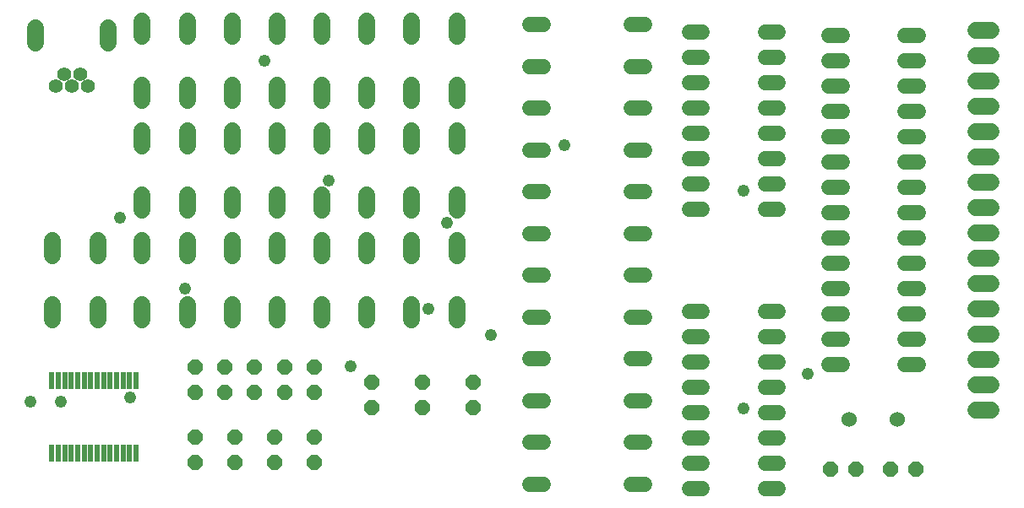
<source format=gts>
G75*
%MOIN*%
%OFA0B0*%
%FSLAX25Y25*%
%IPPOS*%
%LPD*%
%AMOC8*
5,1,8,0,0,1.08239X$1,22.5*
%
%ADD10OC8,0.06000*%
%ADD11C,0.06000*%
%ADD12R,0.02375X0.06706*%
%ADD13C,0.06800*%
%ADD14C,0.06000*%
%ADD15C,0.06737*%
%ADD16C,0.05556*%
%ADD17C,0.04800*%
%ADD18C,0.04762*%
D10*
X0076403Y0032033D03*
X0076403Y0042033D03*
X0092151Y0042033D03*
X0092151Y0032033D03*
X0107899Y0032033D03*
X0107899Y0042033D03*
X0123647Y0042033D03*
X0123647Y0032033D03*
X0146364Y0053608D03*
X0146364Y0063608D03*
X0166364Y0063608D03*
X0166364Y0053608D03*
X0186364Y0053608D03*
X0186364Y0063608D03*
X0123647Y0059592D03*
X0111836Y0059592D03*
X0100025Y0059592D03*
X0088214Y0059592D03*
X0076403Y0059592D03*
X0076403Y0069592D03*
X0088214Y0069592D03*
X0100025Y0069592D03*
X0111836Y0069592D03*
X0123647Y0069592D03*
X0327309Y0029159D03*
X0337309Y0029159D03*
X0350931Y0029159D03*
X0360931Y0029159D03*
D11*
X0306602Y0031718D02*
X0301402Y0031718D01*
X0301402Y0041718D02*
X0306602Y0041718D01*
X0306602Y0051718D02*
X0301402Y0051718D01*
X0301402Y0061718D02*
X0306602Y0061718D01*
X0306602Y0071718D02*
X0301402Y0071718D01*
X0301402Y0081718D02*
X0306602Y0081718D01*
X0306602Y0091718D02*
X0301402Y0091718D01*
X0276602Y0091718D02*
X0271402Y0091718D01*
X0271402Y0081718D02*
X0276602Y0081718D01*
X0276602Y0071718D02*
X0271402Y0071718D01*
X0271402Y0061718D02*
X0276602Y0061718D01*
X0276602Y0051718D02*
X0271402Y0051718D01*
X0271402Y0041718D02*
X0276602Y0041718D01*
X0276602Y0031718D02*
X0271402Y0031718D01*
X0271402Y0021718D02*
X0276602Y0021718D01*
X0253770Y0023351D02*
X0248570Y0023351D01*
X0248570Y0039847D02*
X0253770Y0039847D01*
X0253770Y0056343D02*
X0248570Y0056343D01*
X0248570Y0072839D02*
X0253770Y0072839D01*
X0253770Y0089335D02*
X0248570Y0089335D01*
X0248570Y0105831D02*
X0253770Y0105831D01*
X0253770Y0122328D02*
X0248570Y0122328D01*
X0271402Y0131954D02*
X0276602Y0131954D01*
X0276602Y0141954D02*
X0271402Y0141954D01*
X0271402Y0151954D02*
X0276602Y0151954D01*
X0276602Y0161954D02*
X0271402Y0161954D01*
X0271402Y0171954D02*
X0276602Y0171954D01*
X0276602Y0181954D02*
X0271402Y0181954D01*
X0271402Y0191954D02*
X0276602Y0191954D01*
X0276602Y0201954D02*
X0271402Y0201954D01*
X0253770Y0204808D02*
X0248570Y0204808D01*
X0248570Y0188312D02*
X0253770Y0188312D01*
X0253770Y0171816D02*
X0248570Y0171816D01*
X0248570Y0155320D02*
X0253770Y0155320D01*
X0253770Y0138824D02*
X0248570Y0138824D01*
X0213770Y0138824D02*
X0208570Y0138824D01*
X0208570Y0122328D02*
X0213770Y0122328D01*
X0213770Y0105831D02*
X0208570Y0105831D01*
X0208570Y0089335D02*
X0213770Y0089335D01*
X0213770Y0072839D02*
X0208570Y0072839D01*
X0208570Y0056343D02*
X0213770Y0056343D01*
X0213770Y0039847D02*
X0208570Y0039847D01*
X0208570Y0023351D02*
X0213770Y0023351D01*
X0301402Y0021718D02*
X0306602Y0021718D01*
X0326520Y0070458D02*
X0331720Y0070458D01*
X0331720Y0080458D02*
X0326520Y0080458D01*
X0326520Y0090458D02*
X0331720Y0090458D01*
X0331720Y0100458D02*
X0326520Y0100458D01*
X0326520Y0110458D02*
X0331720Y0110458D01*
X0331720Y0120458D02*
X0326520Y0120458D01*
X0326520Y0130458D02*
X0331720Y0130458D01*
X0331720Y0140458D02*
X0326520Y0140458D01*
X0326520Y0150458D02*
X0331720Y0150458D01*
X0331720Y0160458D02*
X0326520Y0160458D01*
X0326520Y0170458D02*
X0331720Y0170458D01*
X0331720Y0180458D02*
X0326520Y0180458D01*
X0326520Y0190458D02*
X0331720Y0190458D01*
X0331720Y0200458D02*
X0326520Y0200458D01*
X0306602Y0201954D02*
X0301402Y0201954D01*
X0301402Y0191954D02*
X0306602Y0191954D01*
X0306602Y0181954D02*
X0301402Y0181954D01*
X0301402Y0171954D02*
X0306602Y0171954D01*
X0306602Y0161954D02*
X0301402Y0161954D01*
X0301402Y0151954D02*
X0306602Y0151954D01*
X0306602Y0141954D02*
X0301402Y0141954D01*
X0301402Y0131954D02*
X0306602Y0131954D01*
X0356520Y0130458D02*
X0361720Y0130458D01*
X0361720Y0120458D02*
X0356520Y0120458D01*
X0356520Y0110458D02*
X0361720Y0110458D01*
X0361720Y0100458D02*
X0356520Y0100458D01*
X0356520Y0090458D02*
X0361720Y0090458D01*
X0361720Y0080458D02*
X0356520Y0080458D01*
X0356520Y0070458D02*
X0361720Y0070458D01*
X0361720Y0140458D02*
X0356520Y0140458D01*
X0356520Y0150458D02*
X0361720Y0150458D01*
X0361720Y0160458D02*
X0356520Y0160458D01*
X0356520Y0170458D02*
X0361720Y0170458D01*
X0361720Y0180458D02*
X0356520Y0180458D01*
X0356520Y0190458D02*
X0361720Y0190458D01*
X0361720Y0200458D02*
X0356520Y0200458D01*
X0213770Y0204808D02*
X0208570Y0204808D01*
X0208570Y0188312D02*
X0213770Y0188312D01*
X0213770Y0171816D02*
X0208570Y0171816D01*
X0208570Y0155320D02*
X0213770Y0155320D01*
D12*
X0019966Y0035714D03*
X0022525Y0035714D03*
X0025084Y0035714D03*
X0027643Y0035714D03*
X0030202Y0035714D03*
X0032761Y0035714D03*
X0035320Y0035714D03*
X0037880Y0035714D03*
X0040439Y0035714D03*
X0042998Y0035714D03*
X0045557Y0035714D03*
X0048116Y0035714D03*
X0050675Y0035714D03*
X0053234Y0035714D03*
X0053234Y0064257D03*
X0050675Y0064257D03*
X0048116Y0064257D03*
X0045557Y0064257D03*
X0042998Y0064257D03*
X0040439Y0064257D03*
X0037880Y0064257D03*
X0035320Y0064257D03*
X0032761Y0064257D03*
X0030202Y0064257D03*
X0027643Y0064257D03*
X0025084Y0064257D03*
X0022525Y0064257D03*
X0019966Y0064257D03*
D13*
X0020259Y0088162D02*
X0020259Y0094162D01*
X0038059Y0094162D02*
X0038059Y0088162D01*
X0055692Y0088162D02*
X0055692Y0094162D01*
X0073492Y0094162D02*
X0073492Y0088162D01*
X0091125Y0088162D02*
X0091125Y0094162D01*
X0108925Y0094162D02*
X0108925Y0088162D01*
X0126558Y0088162D02*
X0126558Y0094162D01*
X0144358Y0094162D02*
X0144358Y0088162D01*
X0161991Y0088162D02*
X0161991Y0094162D01*
X0179791Y0094162D02*
X0179791Y0088162D01*
X0179791Y0113762D02*
X0179791Y0119762D01*
X0161991Y0119762D02*
X0161991Y0113762D01*
X0144358Y0113762D02*
X0144358Y0119762D01*
X0126558Y0119762D02*
X0126558Y0113762D01*
X0108925Y0113762D02*
X0108925Y0119762D01*
X0091125Y0119762D02*
X0091125Y0113762D01*
X0073492Y0113762D02*
X0073492Y0119762D01*
X0073492Y0131469D02*
X0073492Y0137469D01*
X0091125Y0137469D02*
X0091125Y0131469D01*
X0108925Y0131469D02*
X0108925Y0137469D01*
X0126558Y0137469D02*
X0126558Y0131469D01*
X0144358Y0131469D02*
X0144358Y0137469D01*
X0161991Y0137469D02*
X0161991Y0131469D01*
X0179791Y0131469D02*
X0179791Y0137469D01*
X0179791Y0157069D02*
X0179791Y0163069D01*
X0161991Y0163069D02*
X0161991Y0157069D01*
X0144358Y0157069D02*
X0144358Y0163069D01*
X0126558Y0163069D02*
X0126558Y0157069D01*
X0108925Y0157069D02*
X0108925Y0163069D01*
X0091125Y0163069D02*
X0091125Y0157069D01*
X0073492Y0157069D02*
X0073492Y0163069D01*
X0073492Y0174776D02*
X0073492Y0180776D01*
X0091125Y0180776D02*
X0091125Y0174776D01*
X0108925Y0174776D02*
X0108925Y0180776D01*
X0126558Y0180776D02*
X0126558Y0174776D01*
X0144358Y0174776D02*
X0144358Y0180776D01*
X0161991Y0180776D02*
X0161991Y0174776D01*
X0179791Y0174776D02*
X0179791Y0180776D01*
X0179791Y0200376D02*
X0179791Y0206376D01*
X0161991Y0206376D02*
X0161991Y0200376D01*
X0144358Y0200376D02*
X0144358Y0206376D01*
X0126558Y0206376D02*
X0126558Y0200376D01*
X0108925Y0200376D02*
X0108925Y0206376D01*
X0091125Y0206376D02*
X0091125Y0200376D01*
X0073492Y0200376D02*
X0073492Y0206376D01*
X0055692Y0206376D02*
X0055692Y0200376D01*
X0055692Y0180776D02*
X0055692Y0174776D01*
X0055692Y0163069D02*
X0055692Y0157069D01*
X0055692Y0137469D02*
X0055692Y0131469D01*
X0055692Y0119762D02*
X0055692Y0113762D01*
X0038059Y0113762D02*
X0038059Y0119762D01*
X0020259Y0119762D02*
X0020259Y0113762D01*
X0384427Y0112584D02*
X0390427Y0112584D01*
X0390427Y0102584D02*
X0384427Y0102584D01*
X0384427Y0092584D02*
X0390427Y0092584D01*
X0390427Y0082584D02*
X0384427Y0082584D01*
X0384427Y0072584D02*
X0390427Y0072584D01*
X0390427Y0062584D02*
X0384427Y0062584D01*
X0384427Y0052584D02*
X0390427Y0052584D01*
X0390427Y0122584D02*
X0384427Y0122584D01*
X0384427Y0132584D02*
X0390427Y0132584D01*
X0390427Y0142584D02*
X0384427Y0142584D01*
X0384427Y0152584D02*
X0390427Y0152584D01*
X0390427Y0162584D02*
X0384427Y0162584D01*
X0384427Y0172584D02*
X0390427Y0172584D01*
X0390427Y0182584D02*
X0384427Y0182584D01*
X0384427Y0192584D02*
X0390427Y0192584D01*
X0390427Y0202584D02*
X0384427Y0202584D01*
D14*
X0353620Y0048844D03*
X0334620Y0048844D03*
D15*
X0042307Y0197590D02*
X0042307Y0203527D01*
X0013567Y0203527D02*
X0013567Y0197590D01*
D16*
X0024787Y0185401D03*
X0031087Y0185401D03*
X0034236Y0180676D03*
X0027937Y0180676D03*
X0021638Y0180676D03*
D17*
X0103962Y0190576D03*
X0129061Y0143332D03*
X0175813Y0126600D03*
X0222072Y0157112D03*
X0292939Y0139395D03*
X0193037Y0082309D03*
X0168431Y0092643D03*
X0137919Y0070006D03*
X0072466Y0100517D03*
X0046876Y0128569D03*
X0050813Y0057702D03*
X0292939Y0053273D03*
X0318037Y0067053D03*
D18*
X0023537Y0055937D03*
X0011537Y0055937D03*
M02*

</source>
